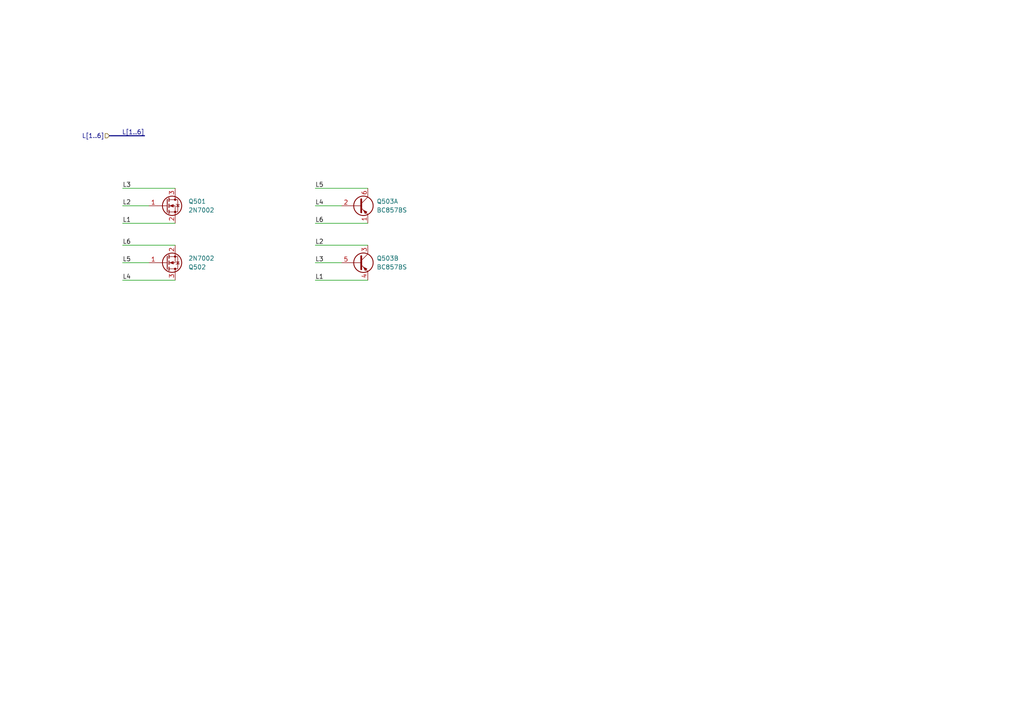
<source format=kicad_sch>
(kicad_sch (version 20231120) (generator "eeschema") (generator_version "8.0")
  (paper "A4")
  (lib_symbols
    (symbol "Transistor_BJT:BC857BS" (pin_names (offset 0) hide)
      (property "Reference" "Q" (at 5.08 1.27 0))
      (property "Value" "BC857BS" (at 5.08 -1.27 0))
      (symbol "BC857BS_0_1"
        (polyline (pts (xy 0.635 0) (xy -2.54 0)))
        (polyline (pts (xy 0.635 0.635) (xy 2.54 2.54)))
        (polyline (pts (xy 0.635 -0.635) (xy 2.54 -2.54) (xy 2.54 -2.54)))
        (polyline (pts (xy 0.635 1.905) (xy 0.635 -1.905) (xy 0.635 -1.905)) (stroke (width 0.508)))
        (polyline (pts (xy 2.286 -1.778) (xy 1.778 -2.286) (xy 1.27 -1.27) (xy 2.286 -1.778) (xy 2.286 -1.778)) (fill (type outline)))
        (circle (center 1.27 0) (radius 2.8194) (stroke (width 0.254)))
      )
      (symbol "BC857BS_1_1"
        (pin passive line (at 2.54 -5.08 90) (length 2.54) (name "E1") (number "1"))
        (pin input line (at -5.08 0 0) (length 2.54) (name "B1") (number "2"))
        (pin passive line (at 2.54 5.08 270) (length 2.54) (name "C1") (number "6"))
      )
      (symbol "BC857BS_2_1"
        (pin passive line (at 2.54 5.08 270) (length 2.54) (name "C2") (number "3"))
        (pin passive line (at 2.54 -5.08 90) (length 2.54) (name "E2") (number "4"))
        (pin input line (at -5.08 0 0) (length 2.54) (name "B2") (number "5"))
      )
    )
    (symbol "Transistor_FET:2N7002" (pin_names hide)
      (property "Reference" "Q" (at 5.08 1.905 0))
      (property "Value" "2N7002" (at 5.08 0 0))
      (symbol "2N7002_0_1"
        (polyline (pts (xy 0.254 0) (xy -2.54 0)))
        (polyline (pts (xy 0.254 1.905) (xy 0.254 -1.905)) (stroke (width 0.254)))
        (polyline (pts (xy 0.762 -1.27) (xy 0.762 -2.286)) (stroke (width 0.254)))
        (polyline (pts (xy 0.762 0.508) (xy 0.762 -0.508)) (stroke (width 0.254)))
        (polyline (pts (xy 0.762 2.286) (xy 0.762 1.27)) (stroke (width 0.254)))
        (polyline (pts (xy 2.54 2.54) (xy 2.54 1.778)))
        (polyline (pts (xy 2.54 -2.54) (xy 2.54 0) (xy 0.762 0)))
        (polyline (pts (xy 0.762 -1.778) (xy 3.302 -1.778) (xy 3.302 1.778) (xy 0.762 1.778)))
        (polyline (pts (xy 1.016 0) (xy 2.032 0.381) (xy 2.032 -0.381) (xy 1.016 0)) (fill (type outline)))
        (polyline (pts (xy 2.794 0.508) (xy 2.921 0.381) (xy 3.683 0.381) (xy 3.81 0.254)))
        (polyline (pts (xy 3.302 0.381) (xy 2.921 -0.254) (xy 3.683 -0.254) (xy 3.302 0.381)))
        (circle (center 1.651 0) (radius 2.794) (stroke (width 0.254)))
        (circle (center 2.54 -1.778) (radius 0.254) (fill (type outline)))
        (circle (center 2.54 1.778) (radius 0.254) (fill (type outline)))
      )
      (symbol "2N7002_1_1"
        (pin input line (at -5.08 0 0) (length 2.54) (name "G") (number "1"))
        (pin passive line (at 2.54 -5.08 90) (length 2.54) (name "S") (number "2"))
        (pin passive line (at 2.54 5.08 270) (length 2.54) (name "D") (number "3"))
      )
    )
  )
  (wire (pts (xy 35.56 71.12) (xy 50.8 71.12)))
  (bus (pts (xy 31.75 39.37) (xy 41.91 39.37)))
  (wire (pts (xy 35.56 64.77) (xy 50.8 64.77)))
  (wire (pts (xy 91.44 71.12) (xy 106.68 71.12)))
  (wire (pts (xy 35.56 59.69) (xy 43.18 59.69)))
  (wire (pts (xy 91.44 59.69) (xy 99.06 59.69)))
  (wire (pts (xy 35.56 54.61) (xy 50.8 54.61)))
  (wire (pts (xy 91.44 64.77) (xy 106.68 64.77)))
  (wire (pts (xy 91.44 81.28) (xy 106.68 81.28)))
  (wire (pts (xy 91.44 76.2) (xy 99.06 76.2)))
  (wire (pts (xy 35.56 76.2) (xy 43.18 76.2)))
  (wire (pts (xy 91.44 54.61) (xy 106.68 54.61)))
  (wire (pts (xy 35.56 81.28) (xy 50.8 81.28)))
  (label "L3" (at 91.44 76.2 0))
  (label "L3" (at 35.56 54.61 0))
  (label "L6" (at 91.44 64.77 0))
  (label "L1" (at 35.56 64.77 0))
  (label "L5" (at 35.56 76.2 0))
  (label "L1" (at 91.44 81.28 0))
  (label "L4" (at 91.44 59.69 0))
  (label "L[1..6]" (at 41.91 39.37 180))
  (label "L2" (at 91.44 71.12 0))
  (label "L5" (at 91.44 54.61 0))
  (label "L2" (at 35.56 59.69 0))
  (label "L6" (at 35.56 71.12 0))
  (label "L4" (at 35.56 81.28 0))
  (hierarchical_label "L[1..6]" (shape input) (at 31.75 39.37 180))
  (symbol (lib_id "Transistor_FET:2N7002") (at 48.26 76.2 0) (mirror x) (unit 1)
    (property "Reference" "Q502" (at 54.61 77.4701 0) (effects (justify left)))
    (property "Value" "2N7002" (at 54.61 74.9301 0) (effects (justify left)))
    (property "Footprint" "Package_TO_SOT_SMD:SOT-23_Handsoldering" (effects (hide yes)))
    (property "Datasheet" "https://www.onsemi.com/pub/Collateral/NDS7002A-D.PDF" (effects (hide yes)))
    (property "Description" "0.115A Id, 60V Vds, N-Channel MOSFET, SOT-23" (effects (hide yes)))
    (instances (project "xDuinoRail-Protoboard" (path "" (reference "Q502") (unit 1)) (path "" (reference "Q602") (unit 1))))
  )
  (symbol (lib_id "Transistor_BJT:BC857BS") (at 104.14 76.2 0) (unit 2)
    (property "Reference" "Q503" (at 109.22 74.9299 0) (effects (justify left)))
    (property "Value" "BC857BS" (at 109.22 77.4699 0) (effects (justify left)))
    (property "Footprint" "Package_TO_SOT_SMD:SOT-363_SC-70-6" (effects (hide yes)))
    (property "Datasheet" "https://assets.nexperia.com/documents/data-sheet/BC857BS.pdf" (effects (hide yes)))
    (property "Description" "100mA IC, 45V Vce, Dual PNP/PNP Transistors, SOT-363" (effects (hide yes)))
    (instances (project "xDuinoRail-Protoboard" (path "" (reference "Q503") (unit 2)) (path "" (reference "Q603") (unit 2))))
  )
  (symbol (lib_id "Transistor_FET:2N7002") (at 48.26 59.69 0) (unit 1)
    (property "Reference" "Q501" (at 54.61 58.4199 0) (effects (justify left)))
    (property "Value" "2N7002" (at 54.61 60.9599 0) (effects (justify left)))
    (property "Footprint" "Package_TO_SOT_SMD:SOT-23_Handsoldering" (effects (hide yes)))
    (property "Datasheet" "https://www.onsemi.com/pub/Collateral/NDS7002A-D.PDF" (effects (hide yes)))
    (property "Description" "0.115A Id, 60V Vds, N-Channel MOSFET, SOT-23" (effects (hide yes)))
    (instances (project "xDuinoRail-Protoboard" (path "" (reference "Q501") (unit 1)) (path "" (reference "Q601") (unit 1))))
  )
  (symbol (lib_id "Transistor_BJT:BC857BS") (at 104.14 59.69 0) (unit 1)
    (property "Reference" "Q503" (at 109.22 58.4199 0) (effects (justify left)))
    (property "Value" "BC857BS" (at 109.22 60.9599 0) (effects (justify left)))
    (property "Footprint" "Package_TO_SOT_SMD:SOT-363_SC-70-6" (effects (hide yes)))
    (property "Datasheet" "https://assets.nexperia.com/documents/data-sheet/BC857BS.pdf" (effects (hide yes)))
    (property "Description" "100mA IC, 45V Vce, Dual PNP/PNP Transistors, SOT-363" (effects (hide yes)))
    (instances (project "xDuinoRail-Protoboard" (path "" (reference "Q503") (unit 1)) (path "" (reference "Q603") (unit 1))))
  )
)
</source>
